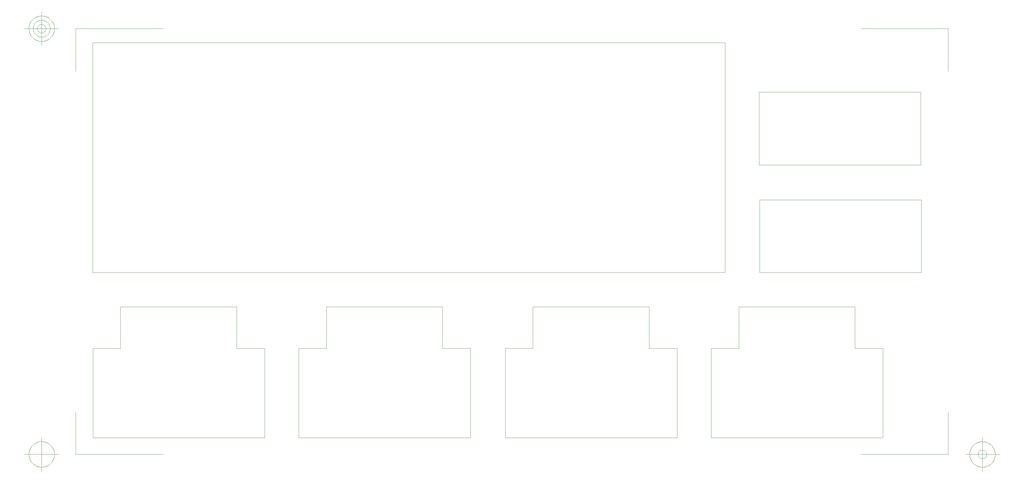
<source format=gbr>
G04 Generated by Ultiboard *
%FSLAX25Y25*%
%MOMM*%

%ADD10C,0.00100*%
%ADD11C,0.10000*%


%LNMechanical Layer 1*%
%LPD*%
%FSLAX25Y25*%
%MOMM*%
G54D10*
X0Y4860000D02*
X0Y11590000D01*
X0Y11590000D02*
X18550000Y11590000D01*
X18550000Y4840000D02*
X0Y4840000D01*
X0Y4840000D02*
X0Y4860000D01*
X2200Y2607200D02*
X2200Y-12800D01*
X5042200Y-12800D02*
X5042200Y2607200D01*
X6042200Y2607200D02*
X6042200Y-12800D01*
X11082200Y-12800D02*
X11082200Y2607200D01*
X12102200Y2607200D02*
X12102200Y-12800D01*
X17142200Y-12800D02*
X17142200Y2607200D01*
X18142200Y2607200D02*
X18142200Y-12800D01*
X23182200Y-12800D02*
X23182200Y2607200D01*
X12102200Y-12800D02*
X17142200Y-12800D01*
X6042200Y-12800D02*
X11082200Y-12800D01*
X2200Y-12800D02*
X5042200Y-12800D01*
X18142200Y-12800D02*
X23182200Y-12800D01*
X12912200Y2607200D02*
X12102200Y2607200D01*
X6852200Y2607200D02*
X6042200Y2607200D01*
X4222200Y3827200D02*
X812200Y3827200D01*
X812200Y3827200D02*
X812200Y2607200D01*
X812200Y2607200D02*
X2200Y2607200D01*
X4222200Y2607200D02*
X4222200Y3827200D01*
X5042200Y2607200D02*
X4222200Y2607200D01*
X10262200Y3827200D02*
X6852200Y3827200D01*
X6852200Y3827200D02*
X6852200Y2607200D01*
X10262200Y2607200D02*
X10262200Y3827200D01*
X11082200Y2607200D02*
X10262200Y2607200D01*
X22362200Y3827200D02*
X18952200Y3827200D01*
X18550000Y11590000D02*
X18550000Y4840000D01*
X16322200Y3827200D02*
X12912200Y3827200D01*
X12912200Y3827200D02*
X12912200Y2607200D01*
X16322200Y2607200D02*
X16322200Y3827200D01*
X18952200Y3827200D02*
X18952200Y2607200D01*
X17142200Y2607200D02*
X16322200Y2607200D01*
X18952200Y2607200D02*
X18142200Y2607200D01*
X19566600Y6974800D02*
X19566600Y4834800D01*
X24306600Y4834800D02*
X24306600Y6974800D01*
X23182200Y2607200D02*
X22362200Y2607200D01*
X19566600Y4834800D02*
X24306600Y4834800D01*
X22362200Y2607200D02*
X22362200Y3827200D01*
X24306600Y6974800D02*
X19566600Y6974800D01*
X19546600Y7994800D02*
X24286600Y7994800D01*
X24286600Y10134800D02*
X19546600Y10134800D01*
X19546600Y10134800D02*
X19546600Y7994800D01*
X24286600Y7994800D02*
X24286600Y10134800D01*
G54D11*
X-500000Y-500000D02*
X-500000Y750000D01*
X-500000Y-500000D02*
X2059696Y-500000D01*
X25096960Y-500000D02*
X22537264Y-500000D01*
X25096960Y-500000D02*
X25096960Y750000D01*
X25096960Y12000000D02*
X25096960Y10750000D01*
X25096960Y12000000D02*
X22537264Y12000000D01*
X-500000Y12000000D02*
X2059696Y12000000D01*
X-500000Y12000000D02*
X-500000Y10750000D01*
X-1000000Y-500000D02*
X-2000000Y-500000D01*
X-1500000Y-1000000D02*
X-1500000Y0D01*
X-1125000Y-500000D02*
X-1126806Y-463244D01*
X-1126806Y-463244D02*
X-1132206Y-426841D01*
X-1132206Y-426841D02*
X-1141147Y-391143D01*
X-1141147Y-391143D02*
X-1153545Y-356494D01*
X-1153545Y-356494D02*
X-1169280Y-323226D01*
X-1169280Y-323226D02*
X-1188199Y-291661D01*
X-1188199Y-291661D02*
X-1210121Y-262103D01*
X-1210121Y-262103D02*
X-1234835Y-234835D01*
X-1234835Y-234835D02*
X-1262103Y-210121D01*
X-1262103Y-210121D02*
X-1291661Y-188199D01*
X-1291661Y-188199D02*
X-1323226Y-169280D01*
X-1323226Y-169280D02*
X-1356494Y-153545D01*
X-1356494Y-153545D02*
X-1391143Y-141147D01*
X-1391143Y-141147D02*
X-1426841Y-132206D01*
X-1426841Y-132206D02*
X-1463244Y-126806D01*
X-1463244Y-126806D02*
X-1500000Y-125000D01*
X-1500000Y-125000D02*
X-1536756Y-126806D01*
X-1536756Y-126806D02*
X-1573159Y-132206D01*
X-1573159Y-132206D02*
X-1608857Y-141147D01*
X-1608857Y-141147D02*
X-1643506Y-153545D01*
X-1643506Y-153545D02*
X-1676774Y-169280D01*
X-1676774Y-169280D02*
X-1708339Y-188199D01*
X-1708339Y-188199D02*
X-1737897Y-210121D01*
X-1737897Y-210121D02*
X-1765165Y-234835D01*
X-1765165Y-234835D02*
X-1789879Y-262103D01*
X-1789879Y-262103D02*
X-1811801Y-291661D01*
X-1811801Y-291661D02*
X-1830720Y-323226D01*
X-1830720Y-323226D02*
X-1846455Y-356494D01*
X-1846455Y-356494D02*
X-1858853Y-391143D01*
X-1858853Y-391143D02*
X-1867794Y-426841D01*
X-1867794Y-426841D02*
X-1873194Y-463244D01*
X-1873194Y-463244D02*
X-1875000Y-500000D01*
X-1875000Y-500000D02*
X-1873194Y-536756D01*
X-1873194Y-536756D02*
X-1867794Y-573159D01*
X-1867794Y-573159D02*
X-1858853Y-608857D01*
X-1858853Y-608857D02*
X-1846455Y-643506D01*
X-1846455Y-643506D02*
X-1830720Y-676774D01*
X-1830720Y-676774D02*
X-1811801Y-708339D01*
X-1811801Y-708339D02*
X-1789879Y-737897D01*
X-1789879Y-737897D02*
X-1765165Y-765165D01*
X-1765165Y-765165D02*
X-1737897Y-789879D01*
X-1737897Y-789879D02*
X-1708339Y-811801D01*
X-1708339Y-811801D02*
X-1676774Y-830720D01*
X-1676774Y-830720D02*
X-1643506Y-846455D01*
X-1643506Y-846455D02*
X-1608857Y-858853D01*
X-1608857Y-858853D02*
X-1573159Y-867794D01*
X-1573159Y-867794D02*
X-1536756Y-873194D01*
X-1536756Y-873194D02*
X-1500000Y-875000D01*
X-1500000Y-875000D02*
X-1463244Y-873194D01*
X-1463244Y-873194D02*
X-1426841Y-867794D01*
X-1426841Y-867794D02*
X-1391143Y-858853D01*
X-1391143Y-858853D02*
X-1356494Y-846455D01*
X-1356494Y-846455D02*
X-1323226Y-830720D01*
X-1323226Y-830720D02*
X-1291661Y-811801D01*
X-1291661Y-811801D02*
X-1262103Y-789879D01*
X-1262103Y-789879D02*
X-1234835Y-765165D01*
X-1234835Y-765165D02*
X-1210121Y-737897D01*
X-1210121Y-737897D02*
X-1188199Y-708339D01*
X-1188199Y-708339D02*
X-1169280Y-676774D01*
X-1169280Y-676774D02*
X-1153545Y-643506D01*
X-1153545Y-643506D02*
X-1141147Y-608857D01*
X-1141147Y-608857D02*
X-1132206Y-573159D01*
X-1132206Y-573159D02*
X-1126806Y-536756D01*
X-1126806Y-536756D02*
X-1125000Y-500000D01*
X25596960Y-500000D02*
X26596960Y-500000D01*
X26096960Y-1000000D02*
X26096960Y0D01*
X26471960Y-500000D02*
X26470154Y-463244D01*
X26470154Y-463244D02*
X26464754Y-426841D01*
X26464754Y-426841D02*
X26455813Y-391143D01*
X26455813Y-391143D02*
X26443415Y-356494D01*
X26443415Y-356494D02*
X26427680Y-323226D01*
X26427680Y-323226D02*
X26408761Y-291661D01*
X26408761Y-291661D02*
X26386839Y-262103D01*
X26386839Y-262103D02*
X26362125Y-234835D01*
X26362125Y-234835D02*
X26334857Y-210121D01*
X26334857Y-210121D02*
X26305299Y-188199D01*
X26305299Y-188199D02*
X26273734Y-169280D01*
X26273734Y-169280D02*
X26240466Y-153545D01*
X26240466Y-153545D02*
X26205817Y-141147D01*
X26205817Y-141147D02*
X26170119Y-132206D01*
X26170119Y-132206D02*
X26133716Y-126806D01*
X26133716Y-126806D02*
X26096960Y-125000D01*
X26096960Y-125000D02*
X26060204Y-126806D01*
X26060204Y-126806D02*
X26023801Y-132206D01*
X26023801Y-132206D02*
X25988103Y-141147D01*
X25988103Y-141147D02*
X25953454Y-153545D01*
X25953454Y-153545D02*
X25920186Y-169280D01*
X25920186Y-169280D02*
X25888621Y-188199D01*
X25888621Y-188199D02*
X25859063Y-210121D01*
X25859063Y-210121D02*
X25831795Y-234835D01*
X25831795Y-234835D02*
X25807081Y-262103D01*
X25807081Y-262103D02*
X25785159Y-291661D01*
X25785159Y-291661D02*
X25766240Y-323226D01*
X25766240Y-323226D02*
X25750505Y-356494D01*
X25750505Y-356494D02*
X25738107Y-391143D01*
X25738107Y-391143D02*
X25729166Y-426841D01*
X25729166Y-426841D02*
X25723766Y-463244D01*
X25723766Y-463244D02*
X25721960Y-500000D01*
X25721960Y-500000D02*
X25723766Y-536756D01*
X25723766Y-536756D02*
X25729166Y-573159D01*
X25729166Y-573159D02*
X25738107Y-608857D01*
X25738107Y-608857D02*
X25750505Y-643506D01*
X25750505Y-643506D02*
X25766240Y-676774D01*
X25766240Y-676774D02*
X25785159Y-708339D01*
X25785159Y-708339D02*
X25807081Y-737897D01*
X25807081Y-737897D02*
X25831795Y-765165D01*
X25831795Y-765165D02*
X25859063Y-789879D01*
X25859063Y-789879D02*
X25888621Y-811801D01*
X25888621Y-811801D02*
X25920186Y-830720D01*
X25920186Y-830720D02*
X25953454Y-846455D01*
X25953454Y-846455D02*
X25988103Y-858853D01*
X25988103Y-858853D02*
X26023801Y-867794D01*
X26023801Y-867794D02*
X26060204Y-873194D01*
X26060204Y-873194D02*
X26096960Y-875000D01*
X26096960Y-875000D02*
X26133716Y-873194D01*
X26133716Y-873194D02*
X26170119Y-867794D01*
X26170119Y-867794D02*
X26205817Y-858853D01*
X26205817Y-858853D02*
X26240466Y-846455D01*
X26240466Y-846455D02*
X26273734Y-830720D01*
X26273734Y-830720D02*
X26305299Y-811801D01*
X26305299Y-811801D02*
X26334857Y-789879D01*
X26334857Y-789879D02*
X26362125Y-765165D01*
X26362125Y-765165D02*
X26386839Y-737897D01*
X26386839Y-737897D02*
X26408761Y-708339D01*
X26408761Y-708339D02*
X26427680Y-676774D01*
X26427680Y-676774D02*
X26443415Y-643506D01*
X26443415Y-643506D02*
X26455813Y-608857D01*
X26455813Y-608857D02*
X26464754Y-573159D01*
X26464754Y-573159D02*
X26470154Y-536756D01*
X26470154Y-536756D02*
X26471960Y-500000D01*
X26221960Y-500000D02*
X26221358Y-487748D01*
X26221358Y-487748D02*
X26219558Y-475614D01*
X26219558Y-475614D02*
X26216578Y-463715D01*
X26216578Y-463715D02*
X26212445Y-452165D01*
X26212445Y-452165D02*
X26207200Y-441076D01*
X26207200Y-441076D02*
X26200894Y-430554D01*
X26200894Y-430554D02*
X26193586Y-420701D01*
X26193586Y-420701D02*
X26185348Y-411612D01*
X26185348Y-411612D02*
X26176259Y-403374D01*
X26176259Y-403374D02*
X26166406Y-396066D01*
X26166406Y-396066D02*
X26155885Y-389760D01*
X26155885Y-389760D02*
X26144795Y-384515D01*
X26144795Y-384515D02*
X26133246Y-380383D01*
X26133246Y-380383D02*
X26121346Y-377402D01*
X26121346Y-377402D02*
X26109212Y-375602D01*
X26109212Y-375602D02*
X26096960Y-375000D01*
X26096960Y-375000D02*
X26084708Y-375602D01*
X26084708Y-375602D02*
X26072574Y-377402D01*
X26072574Y-377402D02*
X26060675Y-380383D01*
X26060675Y-380383D02*
X26049125Y-384515D01*
X26049125Y-384515D02*
X26038036Y-389760D01*
X26038036Y-389760D02*
X26027514Y-396066D01*
X26027514Y-396066D02*
X26017661Y-403374D01*
X26017661Y-403374D02*
X26008572Y-411612D01*
X26008572Y-411612D02*
X26000334Y-420701D01*
X26000334Y-420701D02*
X25993026Y-430554D01*
X25993026Y-430554D02*
X25986720Y-441076D01*
X25986720Y-441076D02*
X25981475Y-452165D01*
X25981475Y-452165D02*
X25977343Y-463715D01*
X25977343Y-463715D02*
X25974362Y-475614D01*
X25974362Y-475614D02*
X25972562Y-487748D01*
X25972562Y-487748D02*
X25971960Y-500000D01*
X25971960Y-500000D02*
X25972562Y-512252D01*
X25972562Y-512252D02*
X25974362Y-524386D01*
X25974362Y-524386D02*
X25977343Y-536286D01*
X25977343Y-536286D02*
X25981475Y-547835D01*
X25981475Y-547835D02*
X25986720Y-558925D01*
X25986720Y-558925D02*
X25993026Y-569446D01*
X25993026Y-569446D02*
X26000334Y-579299D01*
X26000334Y-579299D02*
X26008572Y-588388D01*
X26008572Y-588388D02*
X26017661Y-596626D01*
X26017661Y-596626D02*
X26027514Y-603934D01*
X26027514Y-603934D02*
X26038036Y-610240D01*
X26038036Y-610240D02*
X26049125Y-615485D01*
X26049125Y-615485D02*
X26060675Y-619618D01*
X26060675Y-619618D02*
X26072574Y-622598D01*
X26072574Y-622598D02*
X26084708Y-624398D01*
X26084708Y-624398D02*
X26096960Y-625000D01*
X26096960Y-625000D02*
X26109212Y-624398D01*
X26109212Y-624398D02*
X26121346Y-622598D01*
X26121346Y-622598D02*
X26133246Y-619618D01*
X26133246Y-619618D02*
X26144795Y-615485D01*
X26144795Y-615485D02*
X26155885Y-610240D01*
X26155885Y-610240D02*
X26166406Y-603934D01*
X26166406Y-603934D02*
X26176259Y-596626D01*
X26176259Y-596626D02*
X26185348Y-588388D01*
X26185348Y-588388D02*
X26193586Y-579299D01*
X26193586Y-579299D02*
X26200894Y-569446D01*
X26200894Y-569446D02*
X26207200Y-558925D01*
X26207200Y-558925D02*
X26212445Y-547835D01*
X26212445Y-547835D02*
X26216578Y-536286D01*
X26216578Y-536286D02*
X26219558Y-524386D01*
X26219558Y-524386D02*
X26221358Y-512252D01*
X26221358Y-512252D02*
X26221960Y-500000D01*
X-1000000Y12000000D02*
X-2000000Y12000000D01*
X-1500000Y11500000D02*
X-1500000Y12500000D01*
X-1125000Y12000000D02*
X-1126806Y12036757D01*
X-1126806Y12036757D02*
X-1132206Y12073159D01*
X-1132206Y12073159D02*
X-1141147Y12108857D01*
X-1141147Y12108857D02*
X-1153545Y12143506D01*
X-1153545Y12143506D02*
X-1169280Y12176774D01*
X-1169280Y12176774D02*
X-1188199Y12208339D01*
X-1188199Y12208339D02*
X-1210121Y12237898D01*
X-1210121Y12237898D02*
X-1234835Y12265165D01*
X-1234835Y12265165D02*
X-1262103Y12289879D01*
X-1262103Y12289879D02*
X-1291661Y12311801D01*
X-1291661Y12311801D02*
X-1323226Y12330721D01*
X-1323226Y12330721D02*
X-1356494Y12346455D01*
X-1356494Y12346455D02*
X-1391143Y12358853D01*
X-1391143Y12358853D02*
X-1426841Y12367795D01*
X-1426841Y12367795D02*
X-1463244Y12373194D01*
X-1463244Y12373194D02*
X-1500000Y12375000D01*
X-1500000Y12375000D02*
X-1536756Y12373194D01*
X-1536756Y12373194D02*
X-1573159Y12367795D01*
X-1573159Y12367795D02*
X-1608857Y12358853D01*
X-1608857Y12358853D02*
X-1643506Y12346455D01*
X-1643506Y12346455D02*
X-1676774Y12330721D01*
X-1676774Y12330721D02*
X-1708339Y12311801D01*
X-1708339Y12311801D02*
X-1737897Y12289879D01*
X-1737897Y12289879D02*
X-1765165Y12265165D01*
X-1765165Y12265165D02*
X-1789879Y12237898D01*
X-1789879Y12237898D02*
X-1811801Y12208339D01*
X-1811801Y12208339D02*
X-1830720Y12176774D01*
X-1830720Y12176774D02*
X-1846455Y12143506D01*
X-1846455Y12143506D02*
X-1858853Y12108857D01*
X-1858853Y12108857D02*
X-1867794Y12073159D01*
X-1867794Y12073159D02*
X-1873194Y12036757D01*
X-1873194Y12036757D02*
X-1875000Y12000000D01*
X-1875000Y12000000D02*
X-1873194Y11963244D01*
X-1873194Y11963244D02*
X-1867794Y11926841D01*
X-1867794Y11926841D02*
X-1858853Y11891143D01*
X-1858853Y11891143D02*
X-1846455Y11856494D01*
X-1846455Y11856494D02*
X-1830720Y11823226D01*
X-1830720Y11823226D02*
X-1811801Y11791661D01*
X-1811801Y11791661D02*
X-1789879Y11762103D01*
X-1789879Y11762103D02*
X-1765165Y11734835D01*
X-1765165Y11734835D02*
X-1737897Y11710121D01*
X-1737897Y11710121D02*
X-1708339Y11688199D01*
X-1708339Y11688199D02*
X-1676774Y11669280D01*
X-1676774Y11669280D02*
X-1643506Y11653545D01*
X-1643506Y11653545D02*
X-1608857Y11641148D01*
X-1608857Y11641148D02*
X-1573159Y11632206D01*
X-1573159Y11632206D02*
X-1536756Y11626806D01*
X-1536756Y11626806D02*
X-1500000Y11625000D01*
X-1500000Y11625000D02*
X-1463244Y11626806D01*
X-1463244Y11626806D02*
X-1426841Y11632206D01*
X-1426841Y11632206D02*
X-1391143Y11641148D01*
X-1391143Y11641148D02*
X-1356494Y11653545D01*
X-1356494Y11653545D02*
X-1323226Y11669280D01*
X-1323226Y11669280D02*
X-1291661Y11688199D01*
X-1291661Y11688199D02*
X-1262103Y11710121D01*
X-1262103Y11710121D02*
X-1234835Y11734835D01*
X-1234835Y11734835D02*
X-1210121Y11762103D01*
X-1210121Y11762103D02*
X-1188199Y11791661D01*
X-1188199Y11791661D02*
X-1169280Y11823226D01*
X-1169280Y11823226D02*
X-1153545Y11856494D01*
X-1153545Y11856494D02*
X-1141147Y11891143D01*
X-1141147Y11891143D02*
X-1132206Y11926841D01*
X-1132206Y11926841D02*
X-1126806Y11963244D01*
X-1126806Y11963244D02*
X-1125000Y12000000D01*
X-1250000Y12000000D02*
X-1251204Y12024504D01*
X-1251204Y12024504D02*
X-1254804Y12048773D01*
X-1254804Y12048773D02*
X-1260765Y12072571D01*
X-1260765Y12072571D02*
X-1269030Y12095671D01*
X-1269030Y12095671D02*
X-1279520Y12117849D01*
X-1279520Y12117849D02*
X-1292133Y12138893D01*
X-1292133Y12138893D02*
X-1306747Y12158598D01*
X-1306747Y12158598D02*
X-1323223Y12176777D01*
X-1323223Y12176777D02*
X-1341402Y12193253D01*
X-1341402Y12193253D02*
X-1361108Y12207868D01*
X-1361108Y12207868D02*
X-1382151Y12220480D01*
X-1382151Y12220480D02*
X-1404329Y12230970D01*
X-1404329Y12230970D02*
X-1427429Y12239235D01*
X-1427429Y12239235D02*
X-1451228Y12245196D01*
X-1451228Y12245196D02*
X-1475496Y12248796D01*
X-1475496Y12248796D02*
X-1500000Y12250000D01*
X-1500000Y12250000D02*
X-1524504Y12248796D01*
X-1524504Y12248796D02*
X-1548773Y12245196D01*
X-1548773Y12245196D02*
X-1572571Y12239235D01*
X-1572571Y12239235D02*
X-1595671Y12230970D01*
X-1595671Y12230970D02*
X-1617849Y12220480D01*
X-1617849Y12220480D02*
X-1638893Y12207868D01*
X-1638893Y12207868D02*
X-1658598Y12193253D01*
X-1658598Y12193253D02*
X-1676777Y12176777D01*
X-1676777Y12176777D02*
X-1693253Y12158598D01*
X-1693253Y12158598D02*
X-1707867Y12138893D01*
X-1707867Y12138893D02*
X-1720480Y12117849D01*
X-1720480Y12117849D02*
X-1730970Y12095671D01*
X-1730970Y12095671D02*
X-1739235Y12072571D01*
X-1739235Y12072571D02*
X-1745196Y12048773D01*
X-1745196Y12048773D02*
X-1748796Y12024504D01*
X-1748796Y12024504D02*
X-1750000Y12000000D01*
X-1750000Y12000000D02*
X-1748796Y11975496D01*
X-1748796Y11975496D02*
X-1745196Y11951228D01*
X-1745196Y11951228D02*
X-1739235Y11927429D01*
X-1739235Y11927429D02*
X-1730970Y11904329D01*
X-1730970Y11904329D02*
X-1720480Y11882151D01*
X-1720480Y11882151D02*
X-1707867Y11861108D01*
X-1707867Y11861108D02*
X-1693253Y11841402D01*
X-1693253Y11841402D02*
X-1676777Y11823223D01*
X-1676777Y11823223D02*
X-1658598Y11806748D01*
X-1658598Y11806748D02*
X-1638893Y11792133D01*
X-1638893Y11792133D02*
X-1617849Y11779520D01*
X-1617849Y11779520D02*
X-1595671Y11769030D01*
X-1595671Y11769030D02*
X-1572571Y11760765D01*
X-1572571Y11760765D02*
X-1548773Y11754804D01*
X-1548773Y11754804D02*
X-1524504Y11751204D01*
X-1524504Y11751204D02*
X-1500000Y11750000D01*
X-1500000Y11750000D02*
X-1475496Y11751204D01*
X-1475496Y11751204D02*
X-1451228Y11754804D01*
X-1451228Y11754804D02*
X-1427429Y11760765D01*
X-1427429Y11760765D02*
X-1404329Y11769030D01*
X-1404329Y11769030D02*
X-1382151Y11779520D01*
X-1382151Y11779520D02*
X-1361108Y11792133D01*
X-1361108Y11792133D02*
X-1341402Y11806748D01*
X-1341402Y11806748D02*
X-1323223Y11823223D01*
X-1323223Y11823223D02*
X-1306747Y11841402D01*
X-1306747Y11841402D02*
X-1292133Y11861108D01*
X-1292133Y11861108D02*
X-1279520Y11882151D01*
X-1279520Y11882151D02*
X-1269030Y11904329D01*
X-1269030Y11904329D02*
X-1260765Y11927429D01*
X-1260765Y11927429D02*
X-1254804Y11951228D01*
X-1254804Y11951228D02*
X-1251204Y11975496D01*
X-1251204Y11975496D02*
X-1250000Y12000000D01*
X-1375000Y12000000D02*
X-1375602Y12012252D01*
X-1375602Y12012252D02*
X-1377402Y12024386D01*
X-1377402Y12024386D02*
X-1380383Y12036286D01*
X-1380383Y12036286D02*
X-1384515Y12047836D01*
X-1384515Y12047836D02*
X-1389760Y12058925D01*
X-1389760Y12058925D02*
X-1396066Y12069446D01*
X-1396066Y12069446D02*
X-1403374Y12079299D01*
X-1403374Y12079299D02*
X-1411612Y12088388D01*
X-1411612Y12088388D02*
X-1420701Y12096626D01*
X-1420701Y12096626D02*
X-1430554Y12103934D01*
X-1430554Y12103934D02*
X-1441076Y12110240D01*
X-1441076Y12110240D02*
X-1452165Y12115485D01*
X-1452165Y12115485D02*
X-1463715Y12119618D01*
X-1463715Y12119618D02*
X-1475614Y12122598D01*
X-1475614Y12122598D02*
X-1487748Y12124398D01*
X-1487748Y12124398D02*
X-1500000Y12125000D01*
X-1500000Y12125000D02*
X-1512252Y12124398D01*
X-1512252Y12124398D02*
X-1524386Y12122598D01*
X-1524386Y12122598D02*
X-1536286Y12119618D01*
X-1536286Y12119618D02*
X-1547835Y12115485D01*
X-1547835Y12115485D02*
X-1558925Y12110240D01*
X-1558925Y12110240D02*
X-1569446Y12103934D01*
X-1569446Y12103934D02*
X-1579299Y12096626D01*
X-1579299Y12096626D02*
X-1588388Y12088388D01*
X-1588388Y12088388D02*
X-1596626Y12079299D01*
X-1596626Y12079299D02*
X-1603934Y12069446D01*
X-1603934Y12069446D02*
X-1610240Y12058925D01*
X-1610240Y12058925D02*
X-1615485Y12047836D01*
X-1615485Y12047836D02*
X-1619618Y12036286D01*
X-1619618Y12036286D02*
X-1622598Y12024386D01*
X-1622598Y12024386D02*
X-1624398Y12012252D01*
X-1624398Y12012252D02*
X-1625000Y12000000D01*
X-1625000Y12000000D02*
X-1624398Y11987748D01*
X-1624398Y11987748D02*
X-1622598Y11975614D01*
X-1622598Y11975614D02*
X-1619618Y11963715D01*
X-1619618Y11963715D02*
X-1615485Y11952165D01*
X-1615485Y11952165D02*
X-1610240Y11941076D01*
X-1610240Y11941076D02*
X-1603934Y11930554D01*
X-1603934Y11930554D02*
X-1596626Y11920701D01*
X-1596626Y11920701D02*
X-1588388Y11911612D01*
X-1588388Y11911612D02*
X-1579299Y11903374D01*
X-1579299Y11903374D02*
X-1569446Y11896066D01*
X-1569446Y11896066D02*
X-1558925Y11889760D01*
X-1558925Y11889760D02*
X-1547835Y11884515D01*
X-1547835Y11884515D02*
X-1536286Y11880383D01*
X-1536286Y11880383D02*
X-1524386Y11877402D01*
X-1524386Y11877402D02*
X-1512252Y11875602D01*
X-1512252Y11875602D02*
X-1500000Y11875000D01*
X-1500000Y11875000D02*
X-1487748Y11875602D01*
X-1487748Y11875602D02*
X-1475614Y11877402D01*
X-1475614Y11877402D02*
X-1463715Y11880383D01*
X-1463715Y11880383D02*
X-1452165Y11884515D01*
X-1452165Y11884515D02*
X-1441076Y11889760D01*
X-1441076Y11889760D02*
X-1430554Y11896066D01*
X-1430554Y11896066D02*
X-1420701Y11903374D01*
X-1420701Y11903374D02*
X-1411612Y11911612D01*
X-1411612Y11911612D02*
X-1403374Y11920701D01*
X-1403374Y11920701D02*
X-1396066Y11930554D01*
X-1396066Y11930554D02*
X-1389760Y11941076D01*
X-1389760Y11941076D02*
X-1384515Y11952165D01*
X-1384515Y11952165D02*
X-1380383Y11963715D01*
X-1380383Y11963715D02*
X-1377402Y11975614D01*
X-1377402Y11975614D02*
X-1375602Y11987748D01*
X-1375602Y11987748D02*
X-1375000Y12000000D01*

M00*

</source>
